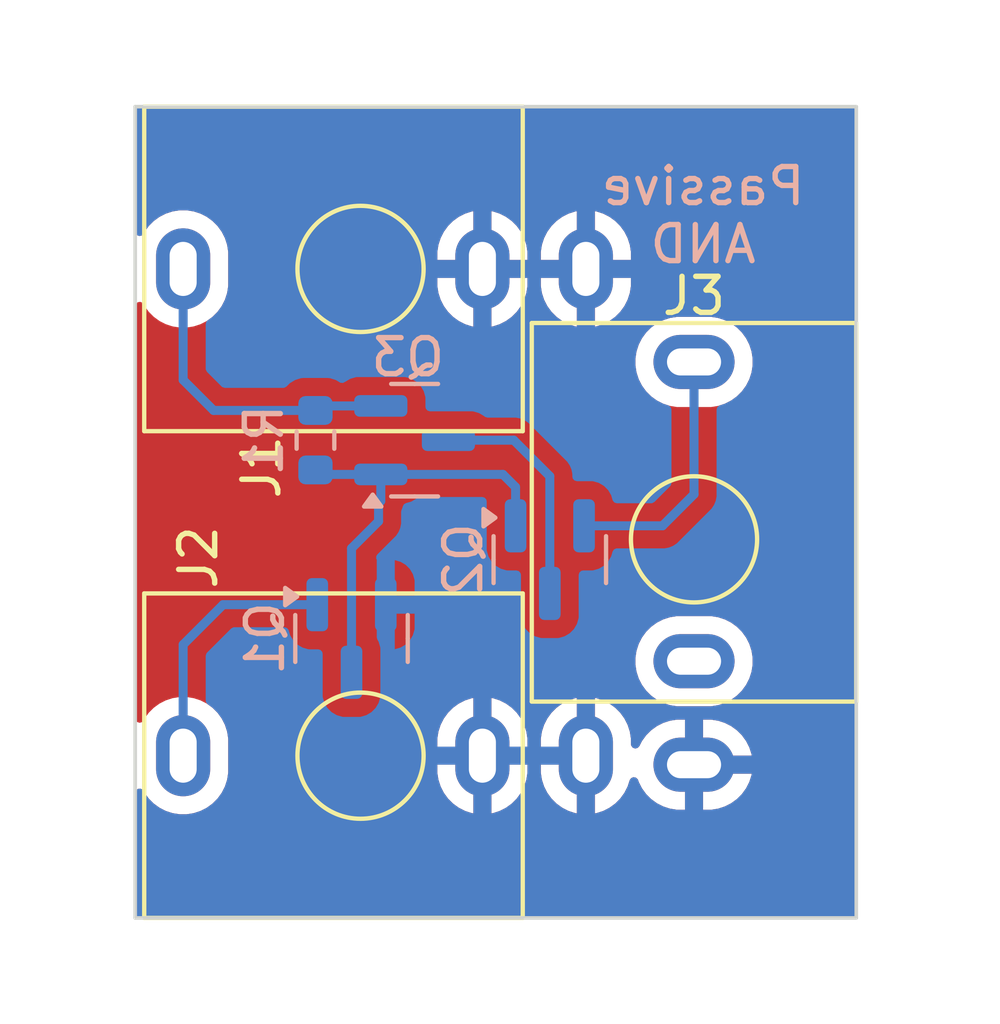
<source format=kicad_pcb>
(kicad_pcb (version 20240108) (generator "pcbnew") (generator_version "8.0")
  (layers (0 "F.Cu" signal) (31 "B.Cu" signal) (34 "B.Paste" user) (35 "F.Paste" user) (36 "B.SilkS" user "B.Silkscreen") (37 "F.SilkS" user "F.Silkscreen") (38 "B.Mask" user) (39 "F.Mask" user) (44 "Edge.Cuts" user))
  (net 0 "")
  (net 1 "Net-(Q3-S)")
  (net 2 "GND")
  (net 3 "Net-(Q1-G)")
  (net 4 "Net-(Q2-S)")
  (net 6 "Net-(Q1-D)")
  (net 7 "Net-(Q2-D)")
  (footprint "Custom_FP:PJ398SM" (layer "F.Cu") (at 131.25 93 90)
    (property "Reference" "J2" (at 5.5 -4.5 90) (layer "F.SilkS"))
    (property "Value" "AudioJack2_SwitchT")
    (fp_line (start 4.5 -6) (end -4.5 -6) (stroke (width 0.12)) (layer "F.SilkS"))
    (fp_line (start -4.5 -6) (end -4.5 4.5) (stroke (width 0.12)) (layer "F.SilkS"))
    (fp_line (start 4.5 4.5) (end 4.5 -6) (stroke (width 0.12)) (layer "F.SilkS"))
    (fp_line (start -4.5 4.5) (end 4.5 4.5) (stroke (width 0.12)) (layer "F.SilkS"))
    (fp_circle (center 0 0) (end 1.75 0) (stroke (width 0.12)) (fill none) (layer "F.SilkS"))
    (pad "S" thru_hole oval (at 0 6.25 90) (size 2.25 1.5) (drill oval 1.5 0.75) (layers "*.Cu" "*.Mask") (net 2 "GND"))
    (pad "T" thru_hole oval (at 0 -4.92 90) (size 2.25 1.5) (drill oval 1.5 0.75) (layers "*.Cu" "*.Mask") (net 3 "Net-(Q1-G)"))
    (pad "TN" thru_hole oval (at 0 3.38 90) (size 2.25 1.5) (drill oval 1.5 0.75) (layers "*.Cu" "*.Mask") (net 2 "GND"))
  )
  (footprint "Custom_FP:PJ398SM" (layer "F.Cu") (at 140.5 87)
    (property "Reference" "J3" (at 0 -6.75 0) (layer "F.SilkS"))
    (property "Value" "AudioJack2_SwitchT")
    (fp_line (start -4.5 -6) (end -4.5 4.5) (stroke (width 0.12)) (layer "F.SilkS"))
    (fp_line (start -4.5 4.5) (end 4.5 4.5) (stroke (width 0.12)) (layer "F.SilkS"))
    (fp_line (start 4.5 -6) (end -4.5 -6) (stroke (width 0.12)) (layer "F.SilkS"))
    (fp_line (start 4.5 4.5) (end 4.5 -6) (stroke (width 0.12)) (layer "F.SilkS"))
    (fp_circle (center 0 0) (end 1.75 0) (stroke (width 0.12)) (fill none) (layer "F.SilkS"))
    (pad "S" thru_hole oval (at 0 6.25) (size 2.25 1.5) (drill oval 1.5 0.75) (layers "*.Cu" "*.Mask") (net 2 "GND"))
    (pad "T" thru_hole oval (at 0 -4.92) (size 2.25 1.5) (drill oval 1.5 0.75) (layers "*.Cu" "*.Mask") (net 4 "Net-(Q2-S)"))
    (pad "TN" thru_hole oval (at 0 3.38) (size 2.25 1.5) (drill oval 1.5 0.75) (layers "*.Cu" "*.Mask"))
  )
  (footprint "Custom_FP:PJ398SM" (layer "F.Cu") (at 131.25 79.5 90)
    (property "Reference" "J1" (at -5.5 -2.75 90) (layer "F.SilkS"))
    (property "Value" "AudioJack2_SwitchT")
    (fp_line (start 4.5 -6) (end -4.5 -6) (stroke (width 0.12)) (layer "F.SilkS"))
    (fp_line (start -4.5 -6) (end -4.5 4.5) (stroke (width 0.12)) (layer "F.SilkS"))
    (fp_line (start 4.5 4.5) (end 4.5 -6) (stroke (width 0.12)) (layer "F.SilkS"))
    (fp_line (start -4.5 4.5) (end 4.5 4.5) (stroke (width 0.12)) (layer "F.SilkS"))
    (fp_circle (center 0 0) (end 1.75 0) (stroke (width 0.12)) (fill none) (layer "F.SilkS"))
    (pad "S" thru_hole oval (at 0 6.25 90) (size 2.25 1.5) (drill oval 1.5 0.75) (layers "*.Cu" "*.Mask") (net 2 "GND"))
    (pad "T" thru_hole oval (at 0 -4.92 90) (size 2.25 1.5) (drill oval 1.5 0.75) (layers "*.Cu" "*.Mask") (net 1 "Net-(Q3-S)"))
    (pad "TN" thru_hole oval (at 0 3.38 90) (size 2.25 1.5) (drill oval 1.5 0.75) (layers "*.Cu" "*.Mask") (net 2 "GND"))
  )
  (footprint "Package_TO_SOT_SMD:SOT-23" (layer "B.Cu") (at 131 89.75 -90)
    (property "Reference" "Q1" (at 0 2.4 90) (layer "B.SilkS") (effects (justify mirror)))
    (property "Value" "2N7002")
    (fp_line (start -0.65 1.56) (end 0 1.56) (stroke (width 0.12)) (layer "B.SilkS"))
    (fp_line (start 0.65 1.56) (end 0 1.56) (stroke (width 0.12)) (layer "B.SilkS"))
    (fp_line (start -0.65 -1.56) (end 0 -1.56) (stroke (width 0.12)) (layer "B.SilkS"))
    (fp_line (start 0.65 -1.56) (end 0 -1.56) (stroke (width 0.12)) (layer "B.SilkS"))
    (fp_poly (pts (xy -1.1625 1.51) (xy -1.4025 1.84) (xy -0.9225 1.84) (xy -1.1625 1.51)) (stroke (width 0.12)) (fill solid) (layer "B.SilkS"))
    (pad "1" smd roundrect (at -0.9375 0.95 270) (size 1.475 0.6) (layers "B.Cu" "B.Paste" "B.Mask") (net 3 "Net-(Q1-G)"))
    (pad "2" smd roundrect (at -0.9375 -0.95 270) (size 1.475 0.6) (layers "B.Cu" "B.Paste" "B.Mask") (net 2 "GND"))
    (pad "3" smd roundrect (at 0.9375 0 270) (size 1.475 0.6) (layers "B.Cu" "B.Paste" "B.Mask") (net 6 "Net-(Q1-D)"))
  )
  (footprint "Package_TO_SOT_SMD:SOT-23" (layer "B.Cu") (at 132.75 84.25)
    (property "Reference" "Q3" (at -0.1875 -2.3 0) (layer "B.SilkS") (effects (justify mirror)))
    (property "Value" "BSS84")
    (fp_line (start -0.65 -1.56) (end 0 -1.56) (stroke (width 0.12)) (layer "B.SilkS"))
    (fp_line (start -0.65 1.56) (end 0 1.56) (stroke (width 0.12)) (layer "B.SilkS"))
    (fp_line (start 0.65 -1.56) (end 0 -1.56) (stroke (width 0.12)) (layer "B.SilkS"))
    (fp_line (start 0.65 1.56) (end 0 1.56) (stroke (width 0.12)) (layer "B.SilkS"))
    (fp_poly (pts (xy -1.1625 1.51) (xy -1.4025 1.84) (xy -0.9225 1.84) (xy -1.1625 1.51)) (stroke (width 0.12)) (fill solid) (layer "B.SilkS"))
    (pad "1" smd roundrect (at -0.9375 0.95) (size 1.475 0.6) (layers "B.Cu" "B.Paste" "B.Mask") (net 6 "Net-(Q1-D)"))
    (pad "2" smd roundrect (at -0.9375 -0.95) (size 1.475 0.6) (layers "B.Cu" "B.Paste" "B.Mask") (net 1 "Net-(Q3-S)"))
    (pad "3" smd roundrect (at 0.9375 0) (size 1.475 0.6) (layers "B.Cu" "B.Paste" "B.Mask") (net 7 "Net-(Q2-D)"))
  )
  (footprint "Package_TO_SOT_SMD:SOT-23" (layer "B.Cu") (at 136.5 87.5625 -90)
    (property "Reference" "Q2" (at 0 2.4 90) (layer "B.SilkS") (effects (justify mirror)))
    (property "Value" "BSS84")
    (fp_line (start -0.65 1.56) (end 0 1.56) (stroke (width 0.12)) (layer "B.SilkS"))
    (fp_line (start 0.65 1.56) (end 0 1.56) (stroke (width 0.12)) (layer "B.SilkS"))
    (fp_line (start -0.65 -1.56) (end 0 -1.56) (stroke (width 0.12)) (layer "B.SilkS"))
    (fp_line (start 0.65 -1.56) (end 0 -1.56) (stroke (width 0.12)) (layer "B.SilkS"))
    (fp_poly (pts (xy -1.1625 1.51) (xy -1.4025 1.84) (xy -0.9225 1.84) (xy -1.1625 1.51)) (stroke (width 0.12)) (fill solid) (layer "B.SilkS"))
    (pad "1" smd roundrect (at -0.9375 0.95 270) (size 1.475 0.6) (layers "B.Cu" "B.Paste" "B.Mask") (net 6 "Net-(Q1-D)"))
    (pad "2" smd roundrect (at -0.9375 -0.95 270) (size 1.475 0.6) (layers "B.Cu" "B.Paste" "B.Mask") (net 4 "Net-(Q2-S)"))
    (pad "3" smd roundrect (at 0.9375 0 270) (size 1.475 0.6) (layers "B.Cu" "B.Paste" "B.Mask") (net 7 "Net-(Q2-D)"))
  )
  (footprint "Resistor_SMD:R_0603_1608Metric" (layer "B.Cu") (at 130 84.25 -90)
    (property "Reference" "R1" (at 0 1.43 90) (layer "B.SilkS") (effects (justify mirror)))
    (property "Value" "1M")
    (fp_line (start 0.237258 0.5225) (end -0.237258 0.5225) (stroke (width 0.12)) (layer "B.SilkS"))
    (fp_line (start 0.237258 -0.5225) (end -0.237258 -0.5225) (stroke (width 0.12)) (layer "B.SilkS"))
    (pad "1" smd roundrect (at -0.825 0 270) (size 0.8 0.95) (layers "B.Cu" "B.Paste" "B.Mask") (net 1 "Net-(Q3-S)"))
    (pad "2" smd roundrect (at 0.825 0 270) (size 0.8 0.95) (layers "B.Cu" "B.Paste" "B.Mask") (net 6 "Net-(Q1-D)"))
  )
  (gr_line (start 145 97.5) (end 145 75) (stroke (width 0.1)) (layer "Edge.Cuts"))
  (gr_line (start 125 75) (end 125 97.5) (stroke (width 0.1)) (layer "Edge.Cuts"))
  (gr_line (start 145 75) (end 125 75) (stroke (width 0.1)) (layer "Edge.Cuts"))
  (gr_line (start 125 97.5) (end 145 97.5) (stroke (width 0.1)) (layer "Edge.Cuts"))
  (gr_text "Passive\nAND" (at 140.75 79.4 0) (layer "B.SilkS") (effects (font (size 1 1)) (justify bottom mirror)))
  (segment (start 131.8125 83.3) (end 130.125 83.3) (width 0.25) (layer "B.Cu") (net 1))
  (segment (start 126.33 82.58) (end 126.33 79.5) (width 0.25) (layer "B.Cu") (net 1))
  (segment (start 127.175 83.425) (end 126.33 82.58) (width 0.25) (layer "B.Cu") (net 1))
  (segment (start 130.125 83.3) (end 130 83.425) (width 0.25) (layer "B.Cu") (net 1))
  (segment (start 130 83.425) (end 127.175 83.425) (width 0.25) (layer "B.Cu") (net 1))
  (segment (start 127.4375 88.8125) (end 126.33 89.92) (width 0.25) (layer "B.Cu") (net 3))
  (segment (start 130.05 88.8125) (end 127.4375 88.8125) (width 0.25) (layer "B.Cu") (net 3))
  (segment (start 126.33 89.92) (end 126.33 93) (width 0.25) (layer "B.Cu") (net 3))
  (segment (start 140.5 82.11) (end 140.5 85.75) (width 0.25) (layer "B.Cu") (net 4))
  (segment (start 140.5 85.75) (end 139.625 86.625) (width 0.25) (layer "B.Cu") (net 4))
  (segment (start 139.625 86.625) (end 137.45 86.625) (width 0.25) (layer "B.Cu") (net 4))
  (segment (start 131 87.25) (end 131.75 86.5) (width 0.25) (layer "B.Cu") (net 6))
  (segment (start 131.8125 85.2) (end 130.125 85.2) (width 0.25) (layer "B.Cu") (net 6))
  (segment (start 131.8125 85.9375) (end 131.8125 85.2) (width 0.25) (layer "B.Cu") (net 6))
  (segment (start 131.8125 85.2) (end 135.2 85.2) (width 0.25) (layer "B.Cu") (net 6))
  (segment (start 135.2 85.2) (end 135.55 85.55) (width 0.25) (layer "B.Cu") (net 6))
  (segment (start 131.75 86) (end 131.8125 85.9375) (width 0.25) (layer "B.Cu") (net 6))
  (segment (start 131 90.6875) (end 131 87.25) (width 0.25) (layer "B.Cu") (net 6))
  (segment (start 130.125 85.2) (end 130 85.075) (width 0.25) (layer "B.Cu") (net 6))
  (segment (start 135.55 85.55) (end 135.55 86.625) (width 0.25) (layer "B.Cu") (net 6))
  (segment (start 131.75 86.5) (end 131.75 86) (width 0.25) (layer "B.Cu") (net 6))
  (segment (start 135.5 84.25) (end 133.6875 84.25) (width 0.25) (layer "B.Cu") (net 7))
  (segment (start 136.5 88.5) (end 136.5 85.25) (width 0.25) (layer "B.Cu") (net 7))
  (segment (start 136.5 85.25) (end 135.5 84.25) (width 0.25) (layer "B.Cu") (net 7))
  (zone (net 2) (net_name "GND") (layers "F&B.Cu") (connect_pads (clearance 0.5)) (min_thickness 0.25) (fill yes (thermal_gap 0.5) (thermal_bridge_width 0.5))
    (polygon (pts (xy 146.75 73.25) (xy 122.25 73) (xy 121.25 100) (xy 146.5 99.5) (xy 149 74.25)))
  )
)
</source>
